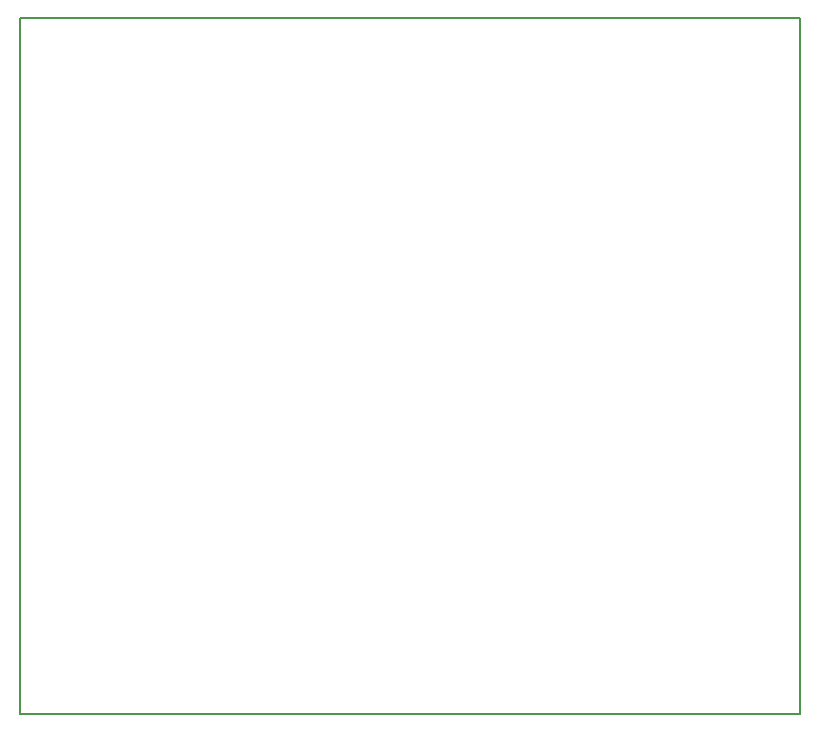
<source format=gbr>
%TF.GenerationSoftware,KiCad,Pcbnew,(6.0.10)*%
%TF.CreationDate,2023-01-31T23:24:52+03:00*%
%TF.ProjectId,001_ESC,3030315f-4553-4432-9e6b-696361645f70,rev?*%
%TF.SameCoordinates,Original*%
%TF.FileFunction,Profile,NP*%
%FSLAX46Y46*%
G04 Gerber Fmt 4.6, Leading zero omitted, Abs format (unit mm)*
G04 Created by KiCad (PCBNEW (6.0.10)) date 2023-01-31 23:24:52*
%MOMM*%
%LPD*%
G01*
G04 APERTURE LIST*
%TA.AperFunction,Profile*%
%ADD10C,0.150000*%
%TD*%
G04 APERTURE END LIST*
D10*
X177038000Y-130556000D02*
X110998000Y-130556000D01*
X110998000Y-130556000D02*
X110998000Y-71628000D01*
X110998000Y-71628000D02*
X177038000Y-71628000D01*
X177038000Y-71628000D02*
X177038000Y-130556000D01*
M02*

</source>
